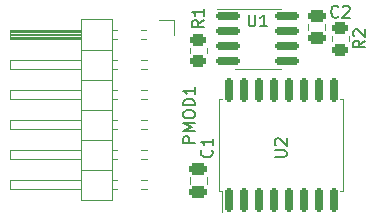
<source format=gto>
%TF.GenerationSoftware,KiCad,Pcbnew,(6.0.5)*%
%TF.CreationDate,2024-07-06T21:03:59+02:00*%
%TF.ProjectId,pmod_mem_2v0,706d6f64-5f6d-4656-9d5f-3276302e6b69,rev?*%
%TF.SameCoordinates,Original*%
%TF.FileFunction,Legend,Top*%
%TF.FilePolarity,Positive*%
%FSLAX46Y46*%
G04 Gerber Fmt 4.6, Leading zero omitted, Abs format (unit mm)*
G04 Created by KiCad (PCBNEW (6.0.5)) date 2024-07-06 21:03:59*
%MOMM*%
%LPD*%
G01*
G04 APERTURE LIST*
G04 Aperture macros list*
%AMRoundRect*
0 Rectangle with rounded corners*
0 $1 Rounding radius*
0 $2 $3 $4 $5 $6 $7 $8 $9 X,Y pos of 4 corners*
0 Add a 4 corners polygon primitive as box body*
4,1,4,$2,$3,$4,$5,$6,$7,$8,$9,$2,$3,0*
0 Add four circle primitives for the rounded corners*
1,1,$1+$1,$2,$3*
1,1,$1+$1,$4,$5*
1,1,$1+$1,$6,$7*
1,1,$1+$1,$8,$9*
0 Add four rect primitives between the rounded corners*
20,1,$1+$1,$2,$3,$4,$5,0*
20,1,$1+$1,$4,$5,$6,$7,0*
20,1,$1+$1,$6,$7,$8,$9,0*
20,1,$1+$1,$8,$9,$2,$3,0*%
G04 Aperture macros list end*
%ADD10C,0.150000*%
%ADD11C,0.120000*%
%ADD12RoundRect,0.250000X-0.475000X0.250000X-0.475000X-0.250000X0.475000X-0.250000X0.475000X0.250000X0*%
%ADD13RoundRect,0.150000X0.150000X-0.875000X0.150000X0.875000X-0.150000X0.875000X-0.150000X-0.875000X0*%
%ADD14RoundRect,0.250000X-0.450000X0.262500X-0.450000X-0.262500X0.450000X-0.262500X0.450000X0.262500X0*%
%ADD15RoundRect,0.250000X0.475000X-0.250000X0.475000X0.250000X-0.475000X0.250000X-0.475000X-0.250000X0*%
%ADD16R,1.700000X1.700000*%
%ADD17O,1.700000X1.700000*%
%ADD18RoundRect,0.150000X-0.825000X-0.150000X0.825000X-0.150000X0.825000X0.150000X-0.825000X0.150000X0*%
G04 APERTURE END LIST*
D10*
%TO.C,C2*%
X159833333Y-93107142D02*
X159785714Y-93154761D01*
X159642857Y-93202380D01*
X159547619Y-93202380D01*
X159404761Y-93154761D01*
X159309523Y-93059523D01*
X159261904Y-92964285D01*
X159214285Y-92773809D01*
X159214285Y-92630952D01*
X159261904Y-92440476D01*
X159309523Y-92345238D01*
X159404761Y-92250000D01*
X159547619Y-92202380D01*
X159642857Y-92202380D01*
X159785714Y-92250000D01*
X159833333Y-92297619D01*
X160214285Y-92297619D02*
X160261904Y-92250000D01*
X160357142Y-92202380D01*
X160595238Y-92202380D01*
X160690476Y-92250000D01*
X160738095Y-92297619D01*
X160785714Y-92392857D01*
X160785714Y-92488095D01*
X160738095Y-92630952D01*
X160166666Y-93202380D01*
X160785714Y-93202380D01*
%TO.C,U2*%
X154452380Y-105011904D02*
X155261904Y-105011904D01*
X155357142Y-104964285D01*
X155404761Y-104916666D01*
X155452380Y-104821428D01*
X155452380Y-104630952D01*
X155404761Y-104535714D01*
X155357142Y-104488095D01*
X155261904Y-104440476D01*
X154452380Y-104440476D01*
X154547619Y-104011904D02*
X154500000Y-103964285D01*
X154452380Y-103869047D01*
X154452380Y-103630952D01*
X154500000Y-103535714D01*
X154547619Y-103488095D01*
X154642857Y-103440476D01*
X154738095Y-103440476D01*
X154880952Y-103488095D01*
X155452380Y-104059523D01*
X155452380Y-103440476D01*
%TO.C,R2*%
X162102380Y-95166666D02*
X161626190Y-95500000D01*
X162102380Y-95738095D02*
X161102380Y-95738095D01*
X161102380Y-95357142D01*
X161150000Y-95261904D01*
X161197619Y-95214285D01*
X161292857Y-95166666D01*
X161435714Y-95166666D01*
X161530952Y-95214285D01*
X161578571Y-95261904D01*
X161626190Y-95357142D01*
X161626190Y-95738095D01*
X161197619Y-94785714D02*
X161150000Y-94738095D01*
X161102380Y-94642857D01*
X161102380Y-94404761D01*
X161150000Y-94309523D01*
X161197619Y-94261904D01*
X161292857Y-94214285D01*
X161388095Y-94214285D01*
X161530952Y-94261904D01*
X162102380Y-94833333D01*
X162102380Y-94214285D01*
%TO.C,C1*%
X149107142Y-104416666D02*
X149154761Y-104464285D01*
X149202380Y-104607142D01*
X149202380Y-104702380D01*
X149154761Y-104845238D01*
X149059523Y-104940476D01*
X148964285Y-104988095D01*
X148773809Y-105035714D01*
X148630952Y-105035714D01*
X148440476Y-104988095D01*
X148345238Y-104940476D01*
X148250000Y-104845238D01*
X148202380Y-104702380D01*
X148202380Y-104607142D01*
X148250000Y-104464285D01*
X148297619Y-104416666D01*
X149202380Y-103464285D02*
X149202380Y-104035714D01*
X149202380Y-103750000D02*
X148202380Y-103750000D01*
X148345238Y-103845238D01*
X148440476Y-103940476D01*
X148488095Y-104035714D01*
%TO.C,PMOD1*%
X147702380Y-103833333D02*
X146702380Y-103833333D01*
X146702380Y-103452380D01*
X146750000Y-103357142D01*
X146797619Y-103309523D01*
X146892857Y-103261904D01*
X147035714Y-103261904D01*
X147130952Y-103309523D01*
X147178571Y-103357142D01*
X147226190Y-103452380D01*
X147226190Y-103833333D01*
X147702380Y-102833333D02*
X146702380Y-102833333D01*
X147416666Y-102500000D01*
X146702380Y-102166666D01*
X147702380Y-102166666D01*
X146702380Y-101500000D02*
X146702380Y-101309523D01*
X146750000Y-101214285D01*
X146845238Y-101119047D01*
X147035714Y-101071428D01*
X147369047Y-101071428D01*
X147559523Y-101119047D01*
X147654761Y-101214285D01*
X147702380Y-101309523D01*
X147702380Y-101500000D01*
X147654761Y-101595238D01*
X147559523Y-101690476D01*
X147369047Y-101738095D01*
X147035714Y-101738095D01*
X146845238Y-101690476D01*
X146750000Y-101595238D01*
X146702380Y-101500000D01*
X147702380Y-100642857D02*
X146702380Y-100642857D01*
X146702380Y-100404761D01*
X146750000Y-100261904D01*
X146845238Y-100166666D01*
X146940476Y-100119047D01*
X147130952Y-100071428D01*
X147273809Y-100071428D01*
X147464285Y-100119047D01*
X147559523Y-100166666D01*
X147654761Y-100261904D01*
X147702380Y-100404761D01*
X147702380Y-100642857D01*
X147702380Y-99119047D02*
X147702380Y-99690476D01*
X147702380Y-99404761D02*
X146702380Y-99404761D01*
X146845238Y-99500000D01*
X146940476Y-99595238D01*
X146988095Y-99690476D01*
%TO.C,R1*%
X148452380Y-93416666D02*
X147976190Y-93750000D01*
X148452380Y-93988095D02*
X147452380Y-93988095D01*
X147452380Y-93607142D01*
X147500000Y-93511904D01*
X147547619Y-93464285D01*
X147642857Y-93416666D01*
X147785714Y-93416666D01*
X147880952Y-93464285D01*
X147928571Y-93511904D01*
X147976190Y-93607142D01*
X147976190Y-93988095D01*
X148452380Y-92464285D02*
X148452380Y-93035714D01*
X148452380Y-92750000D02*
X147452380Y-92750000D01*
X147595238Y-92845238D01*
X147690476Y-92940476D01*
X147738095Y-93035714D01*
%TO.C,U1*%
X152238095Y-92952380D02*
X152238095Y-93761904D01*
X152285714Y-93857142D01*
X152333333Y-93904761D01*
X152428571Y-93952380D01*
X152619047Y-93952380D01*
X152714285Y-93904761D01*
X152761904Y-93857142D01*
X152809523Y-93761904D01*
X152809523Y-92952380D01*
X153809523Y-93952380D02*
X153238095Y-93952380D01*
X153523809Y-93952380D02*
X153523809Y-92952380D01*
X153428571Y-93095238D01*
X153333333Y-93190476D01*
X153238095Y-93238095D01*
D11*
%TO.C,C2*%
X158735000Y-93738748D02*
X158735000Y-94261252D01*
X157265000Y-93738748D02*
X157265000Y-94261252D01*
%TO.C,U2*%
X160260000Y-104000000D02*
X160260000Y-100140000D01*
X149995000Y-107860000D02*
X149995000Y-109675000D01*
X149740000Y-104000000D02*
X149740000Y-100140000D01*
X160260000Y-100140000D02*
X160005000Y-100140000D01*
X160260000Y-107860000D02*
X160005000Y-107860000D01*
X149740000Y-107860000D02*
X149995000Y-107860000D01*
X149740000Y-104000000D02*
X149740000Y-107860000D01*
X149740000Y-100140000D02*
X149995000Y-100140000D01*
X160260000Y-104000000D02*
X160260000Y-107860000D01*
%TO.C,R2*%
X159265000Y-94772936D02*
X159265000Y-95227064D01*
X160735000Y-94772936D02*
X160735000Y-95227064D01*
%TO.C,C1*%
X148735000Y-107261252D02*
X148735000Y-106738748D01*
X147265000Y-107261252D02*
X147265000Y-106738748D01*
%TO.C,PMOD1*%
X132010000Y-97570000D02*
X138010000Y-97570000D01*
X141067071Y-106970000D02*
X140670000Y-106970000D01*
X138010000Y-101890000D02*
X132010000Y-101890000D01*
X141067071Y-96810000D02*
X140670000Y-96810000D01*
X145920000Y-93380000D02*
X144650000Y-93380000D01*
X141067071Y-100110000D02*
X140670000Y-100110000D01*
X143607071Y-107730000D02*
X143152929Y-107730000D01*
X143607071Y-106970000D02*
X143152929Y-106970000D01*
X143607071Y-100110000D02*
X143152929Y-100110000D01*
X138010000Y-104430000D02*
X132010000Y-104430000D01*
X143607071Y-101890000D02*
X143152929Y-101890000D01*
X138010000Y-108680000D02*
X138010000Y-93320000D01*
X141067071Y-97570000D02*
X140670000Y-97570000D01*
X143607071Y-104430000D02*
X143152929Y-104430000D01*
X132010000Y-101890000D02*
X132010000Y-102650000D01*
X138010000Y-96810000D02*
X132010000Y-96810000D01*
X132010000Y-102650000D02*
X138010000Y-102650000D01*
X141067071Y-101890000D02*
X140670000Y-101890000D01*
X138010000Y-94930000D02*
X132010000Y-94930000D01*
X140670000Y-106080000D02*
X138010000Y-106080000D01*
X143607071Y-96810000D02*
X143152929Y-96810000D01*
X138010000Y-94330000D02*
X132010000Y-94330000D01*
X141067071Y-102650000D02*
X140670000Y-102650000D01*
X141067071Y-99350000D02*
X140670000Y-99350000D01*
X132010000Y-96810000D02*
X132010000Y-97570000D01*
X141067071Y-105190000D02*
X140670000Y-105190000D01*
X138010000Y-94450000D02*
X132010000Y-94450000D01*
X132010000Y-95030000D02*
X138010000Y-95030000D01*
X143607071Y-102650000D02*
X143152929Y-102650000D01*
X143540000Y-94270000D02*
X143152929Y-94270000D01*
X143607071Y-99350000D02*
X143152929Y-99350000D01*
X143607071Y-97570000D02*
X143152929Y-97570000D01*
X132010000Y-104430000D02*
X132010000Y-105190000D01*
X138010000Y-99350000D02*
X132010000Y-99350000D01*
X138010000Y-94690000D02*
X132010000Y-94690000D01*
X140670000Y-98460000D02*
X138010000Y-98460000D01*
X132010000Y-106970000D02*
X132010000Y-107730000D01*
X143607071Y-105190000D02*
X143152929Y-105190000D01*
X140670000Y-93320000D02*
X140670000Y-108680000D01*
X132010000Y-105190000D02*
X138010000Y-105190000D01*
X138010000Y-106970000D02*
X132010000Y-106970000D01*
X140670000Y-95920000D02*
X138010000Y-95920000D01*
X141067071Y-95030000D02*
X140670000Y-95030000D01*
X140670000Y-101000000D02*
X138010000Y-101000000D01*
X145920000Y-94650000D02*
X145920000Y-93380000D01*
X141067071Y-94270000D02*
X140670000Y-94270000D01*
X140670000Y-103540000D02*
X138010000Y-103540000D01*
X141067071Y-107730000D02*
X140670000Y-107730000D01*
X132010000Y-94270000D02*
X132010000Y-95030000D01*
X140670000Y-108680000D02*
X138010000Y-108680000D01*
X132010000Y-100110000D02*
X138010000Y-100110000D01*
X132010000Y-99350000D02*
X132010000Y-100110000D01*
X138010000Y-94570000D02*
X132010000Y-94570000D01*
X138010000Y-94810000D02*
X132010000Y-94810000D01*
X138010000Y-94270000D02*
X132010000Y-94270000D01*
X132010000Y-107730000D02*
X138010000Y-107730000D01*
X138010000Y-93320000D02*
X140670000Y-93320000D01*
X143540000Y-95030000D02*
X143152929Y-95030000D01*
X141067071Y-104430000D02*
X140670000Y-104430000D01*
%TO.C,R1*%
X148735000Y-95772936D02*
X148735000Y-96227064D01*
X147265000Y-95772936D02*
X147265000Y-96227064D01*
%TO.C,U1*%
X153000000Y-92440000D02*
X154950000Y-92440000D01*
X153000000Y-92440000D02*
X149550000Y-92440000D01*
X153000000Y-97560000D02*
X154950000Y-97560000D01*
X153000000Y-97560000D02*
X151050000Y-97560000D01*
%TD*%
%LPC*%
D12*
%TO.C,C2*%
X158000000Y-93050000D03*
X158000000Y-94950000D03*
%TD*%
D13*
%TO.C,U2*%
X150555000Y-108650000D03*
X151825000Y-108650000D03*
X153095000Y-108650000D03*
X154365000Y-108650000D03*
X155635000Y-108650000D03*
X156905000Y-108650000D03*
X158175000Y-108650000D03*
X159445000Y-108650000D03*
X159445000Y-99350000D03*
X158175000Y-99350000D03*
X156905000Y-99350000D03*
X155635000Y-99350000D03*
X154365000Y-99350000D03*
X153095000Y-99350000D03*
X151825000Y-99350000D03*
X150555000Y-99350000D03*
%TD*%
D14*
%TO.C,R2*%
X160000000Y-94087500D03*
X160000000Y-95912500D03*
%TD*%
D15*
%TO.C,C1*%
X148000000Y-107950000D03*
X148000000Y-106050000D03*
%TD*%
D16*
%TO.C,PMOD1*%
X144650000Y-94650000D03*
D17*
X144650000Y-97190000D03*
X144650000Y-99730000D03*
X144650000Y-102270000D03*
X144650000Y-104810000D03*
X144650000Y-107350000D03*
X142110000Y-94650000D03*
X142110000Y-97190000D03*
X142110000Y-99730000D03*
X142110000Y-102270000D03*
X142110000Y-104810000D03*
X142110000Y-107350000D03*
%TD*%
D14*
%TO.C,R1*%
X148000000Y-95087500D03*
X148000000Y-96912500D03*
%TD*%
D18*
%TO.C,U1*%
X150525000Y-93095000D03*
X150525000Y-94365000D03*
X150525000Y-95635000D03*
X150525000Y-96905000D03*
X155475000Y-96905000D03*
X155475000Y-95635000D03*
X155475000Y-94365000D03*
X155475000Y-93095000D03*
%TD*%
M02*

</source>
